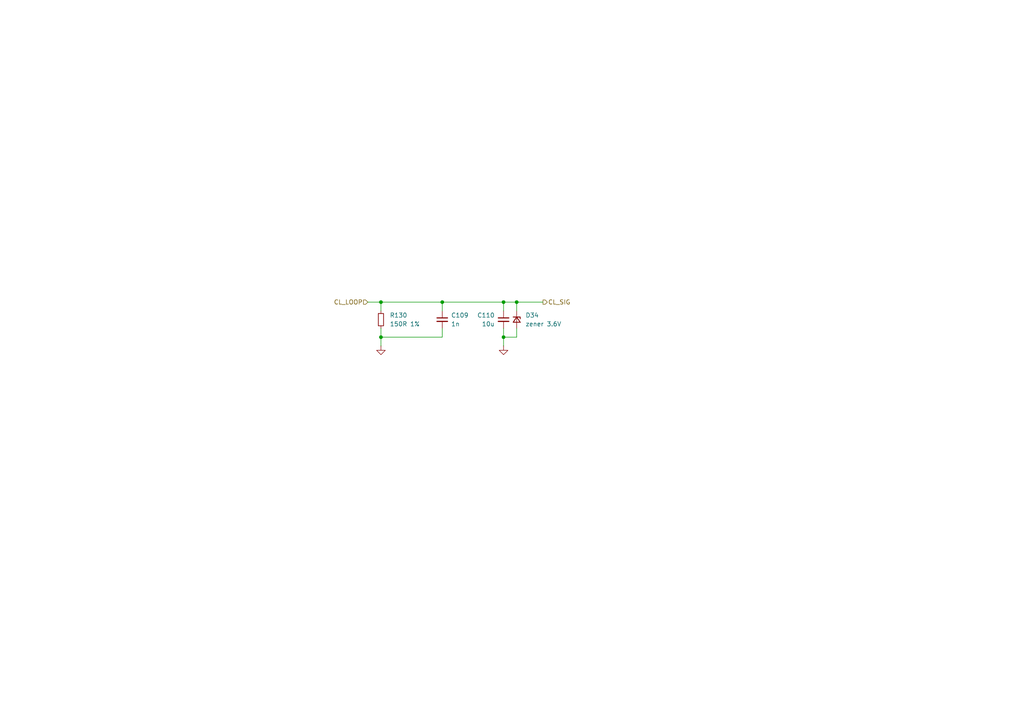
<source format=kicad_sch>
(kicad_sch (version 20250114) (generator "eeschema") (generator_version "9.0")
  (paper "A4")
  (lib_symbols
    (symbol "Device:C_Small" (pin_numbers (hide yes)) (pin_names (offset 0.254) (hide yes))
      (property "Reference" "C" (at 0.254 1.778 0))
      (property "Value" "C_Small" (at 0.254 -2.032 0))
      (symbol "C_Small_0_1"
        (polyline (pts (xy -1.524 0.508) (xy 1.524 0.508)) (stroke (width 0.3048)))
        (polyline (pts (xy -1.524 -0.508) (xy 1.524 -0.508)) (stroke (width 0.3302)))
      )
      (symbol "C_Small_1_1"
        (pin passive line (at 0 2.54 270) (length 2.032) (name "~") (number "1"))
        (pin passive line (at 0 -2.54 90) (length 2.032) (name "~") (number "2"))
      )
    )
    (symbol "Device:D_Zener_Small" (pin_numbers (hide yes)) (pin_names (offset 0.254) (hide yes))
      (property "Reference" "D" (at 0 2.286 0))
      (property "Value" "D_Zener_Small" (at 0 -2.286 0))
      (symbol "D_Zener_Small_0_1"
        (polyline (pts (xy -0.254 1.016) (xy -0.762 1.016) (xy -0.762 -1.016)) (stroke (width 0.254)))
        (polyline (pts (xy 0.762 1.016) (xy -0.762 0) (xy 0.762 -1.016) (xy 0.762 1.016)) (stroke (width 0.254)))
        (polyline (pts (xy 0.762 0) (xy -0.762 0)))
      )
      (symbol "D_Zener_Small_1_1"
        (pin passive line (at -2.54 0 0) (length 1.778) (name "K") (number "1"))
        (pin passive line (at 2.54 0 180) (length 1.778) (name "A") (number "2"))
      )
    )
    (symbol "Device:R_Small" (pin_numbers (hide yes)) (pin_names (offset 0.254) (hide yes))
      (property "Reference" "R" (at 0.762 0.508 0))
      (property "Value" "R_Small" (at 0.762 -1.016 0))
      (symbol "R_Small_0_1"
        (rectangle (start -0.762 1.778) (end 0.762 -1.778) (stroke (width 0.2032)))
      )
      (symbol "R_Small_1_1"
        (pin passive line (at 0 2.54 270) (length 0.762) (name "~") (number "1"))
        (pin passive line (at 0 -2.54 90) (length 0.762) (name "~") (number "2"))
      )
    )
    (symbol "power:GND" (power) (pin_numbers (hide yes)) (pin_names (offset 0) (hide yes))
      (property "Value" "GND" (at 0 -3.81 0))
      (symbol "GND_0_1"
        (polyline (pts (xy 0 0) (xy 0 -1.27) (xy 1.27 -1.27) (xy 0 -2.54) (xy -1.27 -1.27) (xy 0 -1.27)))
      )
      (symbol "GND_1_1"
        (pin power_in line (at 0 0 270) (length 0) (name "~") (number "1"))
      )
    )
  )
  (junction (at 146.05 97.79))
  (junction (at 146.05 87.63))
  (junction (at 110.49 87.63))
  (junction (at 110.49 97.79))
  (junction (at 128.27 87.63))
  (junction (at 149.86 87.63))
  (wire (pts (xy 149.86 87.63) (xy 157.48 87.63)))
  (wire (pts (xy 110.49 95.25) (xy 110.49 97.79)))
  (wire (pts (xy 110.49 97.79) (xy 128.27 97.79)))
  (wire (pts (xy 146.05 100.33) (xy 146.05 97.79)))
  (wire (pts (xy 146.05 87.63) (xy 149.86 87.63)))
  (wire (pts (xy 149.86 97.79) (xy 146.05 97.79)))
  (wire (pts (xy 149.86 97.79) (xy 149.86 95.25)))
  (wire (pts (xy 110.49 100.33) (xy 110.49 97.79)))
  (wire (pts (xy 128.27 95.25) (xy 128.27 97.79)))
  (wire (pts (xy 110.49 87.63) (xy 110.49 90.17)))
  (wire (pts (xy 149.86 87.63) (xy 149.86 90.17)))
  (wire (pts (xy 106.68 87.63) (xy 110.49 87.63)))
  (wire (pts (xy 128.27 87.63) (xy 146.05 87.63)))
  (wire (pts (xy 128.27 87.63) (xy 128.27 90.17)))
  (wire (pts (xy 110.49 87.63) (xy 128.27 87.63)))
  (wire (pts (xy 146.05 87.63) (xy 146.05 90.17)))
  (wire (pts (xy 146.05 97.79) (xy 146.05 95.25)))
  (hierarchical_label "CL_SIG" (shape output) (at 157.48 87.63 0))
  (hierarchical_label "CL_LOOP" (shape input) (at 106.68 87.63 180))
  (symbol (lib_id "Device:C_Small") (at 128.27 92.71 0) (unit 1)
    (property "Reference" "C35" (at 130.81 91.4462 0) (effects (justify left)))
    (property "Value" "1n" (at 130.81 93.9862 0) (effects (justify left)))
    (property "Footprint" "Capacitor_SMD:C_0402_1005Metric" (effects (hide yes)))
    (property "Description" "Unpolarized capacitor, small symbol" (effects (hide yes)))
    (instances (project "VCU" (path "" (reference "C109") (unit 1)) (path "" (reference "C76") (unit 1)) (path "" (reference "C68") (unit 1)) (path "" (reference "C70") (unit 1)) (path "" (reference "C60") (unit 1)) (path "" (reference "C72") (unit 1)) (path "" (reference "C66") (unit 1)) (path "" (reference "C64") (unit 1)) (path "" (reference "C78") (unit 1)) (path "" (reference "C74") (unit 1)) (path "" (reference "C35") (unit 1)) (path "" (reference "C82") (unit 1)) (path "" (reference "C80") (unit 1)) (path "" (reference "C62") (unit 1)) (path "" (reference "C58") (unit 1))))
  )
  (symbol (lib_id "Device:C_Small") (at 146.05 92.71 0) (mirror y) (unit 1)
    (property "Reference" "C36" (at 143.51 91.44 0) (effects (justify left)))
    (property "Value" "10u" (at 143.51 93.98 0) (effects (justify left)))
    (property "Footprint" "Capacitor_SMD:C_0402_1005Metric" (effects (hide yes)))
    (property "Description" "Unpolarized capacitor, small symbol" (effects (hide yes)))
    (instances (project "VCU" (path "" (reference "C110") (unit 1)) (path "" (reference "C77") (unit 1)) (path "" (reference "C69") (unit 1)) (path "" (reference "C71") (unit 1)) (path "" (reference "C61") (unit 1)) (path "" (reference "C73") (unit 1)) (path "" (reference "C67") (unit 1)) (path "" (reference "C65") (unit 1)) (path "" (reference "C79") (unit 1)) (path "" (reference "C75") (unit 1)) (path "" (reference "C36") (unit 1)) (path "" (reference "C83") (unit 1)) (path "" (reference "C81") (unit 1)) (path "" (reference "C63") (unit 1)) (path "" (reference "C59") (unit 1))))
  )
  (symbol (lib_id "Device:R_Small") (at 110.49 92.71 0) (unit 1)
    (property "Reference" "R36" (at 113.03 91.4399 0) (effects (justify left)))
    (property "Value" "150R 1%" (at 113.03 93.9799 0) (effects (justify left)))
    (property "Footprint" "Resistor_SMD:R_0603_1608Metric" (effects (hide yes)))
    (property "Description" "Resistor, small symbol" (effects (hide yes)))
    (instances (project "VCU" (path "" (reference "R130") (unit 1)) (path "" (reference "R91") (unit 1)) (path "" (reference "R87") (unit 1)) (path "" (reference "R88") (unit 1)) (path "" (reference "R83") (unit 1)) (path "" (reference "R89") (unit 1)) (path "" (reference "R86") (unit 1)) (path "" (reference "R85") (unit 1)) (path "" (reference "R92") (unit 1)) (path "" (reference "R90") (unit 1)) (path "" (reference "R36") (unit 1)) (path "" (reference "R94") (unit 1)) (path "" (reference "R93") (unit 1)) (path "" (reference "R84") (unit 1)) (path "" (reference "R82") (unit 1))))
  )
  (symbol (lib_id "power:GND") (at 146.05 100.33 0) (unit 1)
    (property "Reference" "#PWR068" (effects (hide yes)))
    (property "Value" "GND" (effects (hide yes)))
    (property "Description" "Power symbol creates a global label with name \"GND\" , ground" (effects (hide yes)))
    (instances (project "VCU" (path "" (reference "#PWR0211") (unit 1)) (path "" (reference "#PWR0152") (unit 1)) (path "" (reference "#PWR0144") (unit 1)) (path "" (reference "#PWR0146") (unit 1)) (path "" (reference "#PWR0136") (unit 1)) (path "" (reference "#PWR0148") (unit 1)) (path "" (reference "#PWR0142") (unit 1)) (path "" (reference "#PWR0140") (unit 1)) (path "" (reference "#PWR0154") (unit 1)) (path "" (reference "#PWR0150") (unit 1)) (path "" (reference "#PWR068") (unit 1)) (path "" (reference "#PWR0158") (unit 1)) (path "" (reference "#PWR0156") (unit 1)) (path "" (reference "#PWR0138") (unit 1)) (path "" (reference "#PWR0134") (unit 1))))
  )
  (symbol (lib_id "power:GND") (at 110.49 100.33 0) (unit 1)
    (property "Reference" "#PWR067" (effects (hide yes)))
    (property "Value" "GND" (effects (hide yes)))
    (property "Description" "Power symbol creates a global label with name \"GND\" , ground" (effects (hide yes)))
    (instances (project "VCU" (path "" (reference "#PWR0210") (unit 1)) (path "" (reference "#PWR0151") (unit 1)) (path "" (reference "#PWR0143") (unit 1)) (path "" (reference "#PWR0145") (unit 1)) (path "" (reference "#PWR0135") (unit 1)) (path "" (reference "#PWR0147") (unit 1)) (path "" (reference "#PWR0141") (unit 1)) (path "" (reference "#PWR0139") (unit 1)) (path "" (reference "#PWR0153") (unit 1)) (path "" (reference "#PWR0149") (unit 1)) (path "" (reference "#PWR067") (unit 1)) (path "" (reference "#PWR0157") (unit 1)) (path "" (reference "#PWR0155") (unit 1)) (path "" (reference "#PWR0137") (unit 1)) (path "" (reference "#PWR0133") (unit 1))))
  )
  (symbol (lib_id "Device:D_Zener_Small") (at 149.86 92.71 270) (unit 1)
    (property "Reference" "D12" (at 152.4 91.4399 90) (effects (justify left)))
    (property "Value" "zener 3.6V" (at 152.4 93.9799 90) (effects (justify left)))
    (property "Footprint" "Diode_SMD:D_SOD-523" (effects (hide yes)))
    (property "Description" "Zener diode, small symbol" (effects (hide yes)))
    (instances (project "VCU" (path "" (reference "D34") (unit 1)) (path "" (reference "D25") (unit 1)) (path "" (reference "D21") (unit 1)) (path "" (reference "D22") (unit 1)) (path "" (reference "D17") (unit 1)) (path "" (reference "D23") (unit 1)) (path "" (reference "D20") (unit 1)) (path "" (reference "D19") (unit 1)) (path "" (reference "D26") (unit 1)) (path "" (reference "D24") (unit 1)) (path "" (reference "D12") (unit 1)) (path "" (reference "D28") (unit 1)) (path "" (reference "D27") (unit 1)) (path "" (reference "D18") (unit 1)) (path "" (reference "D16") (unit 1))))
  )
)
</source>
